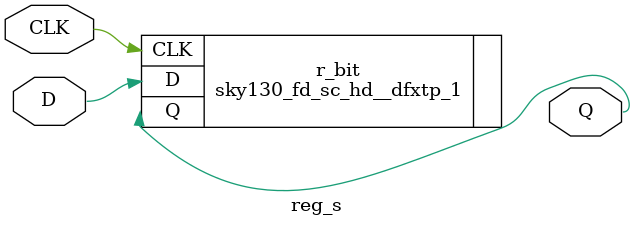
<source format=sv>
`timescale 1ps/1ps

module reg_s
(
    input   wire        CLK,
    input   wire        D,
    output  wire        Q
);

    sky130_fd_sc_hd__dfxtp_1
    r_bit
    (
        .Q      (Q),
        .CLK    (CLK),
        .D      (D),
    );

endmodule

</source>
